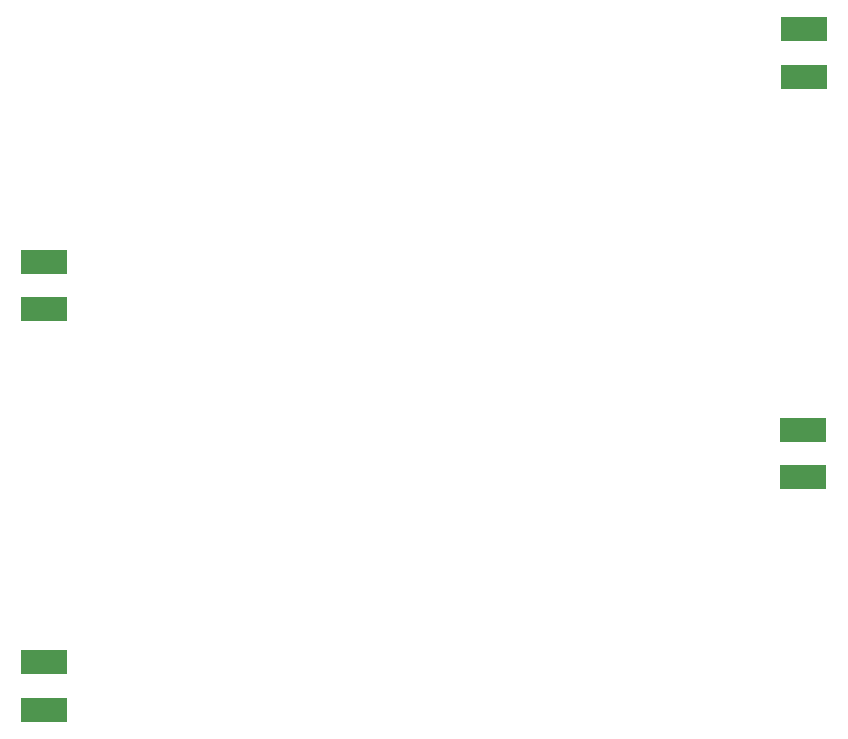
<source format=gbr>
G04 #@! TF.GenerationSoftware,KiCad,Pcbnew,5.1.4+dfsg1-1*
G04 #@! TF.CreationDate,2019-10-01T15:35:31+02:00*
G04 #@! TF.ProjectId,rover-pcb,726f7665-722d-4706-9362-2e6b69636164,1*
G04 #@! TF.SameCoordinates,Original*
G04 #@! TF.FileFunction,Paste,Bot*
G04 #@! TF.FilePolarity,Positive*
%FSLAX46Y46*%
G04 Gerber Fmt 4.6, Leading zero omitted, Abs format (unit mm)*
G04 Created by KiCad (PCBNEW 5.1.4+dfsg1-1) date 2019-10-01 15:35:31*
%MOMM*%
%LPD*%
G04 APERTURE LIST*
%ADD10R,4.000000X2.000000*%
G04 APERTURE END LIST*
D10*
X198120000Y-102013000D03*
X198120000Y-106013000D03*
X198247000Y-68104000D03*
X198247000Y-72104000D03*
X133858000Y-125698000D03*
X133858000Y-121698000D03*
X133858000Y-91789000D03*
X133858000Y-87789000D03*
M02*

</source>
